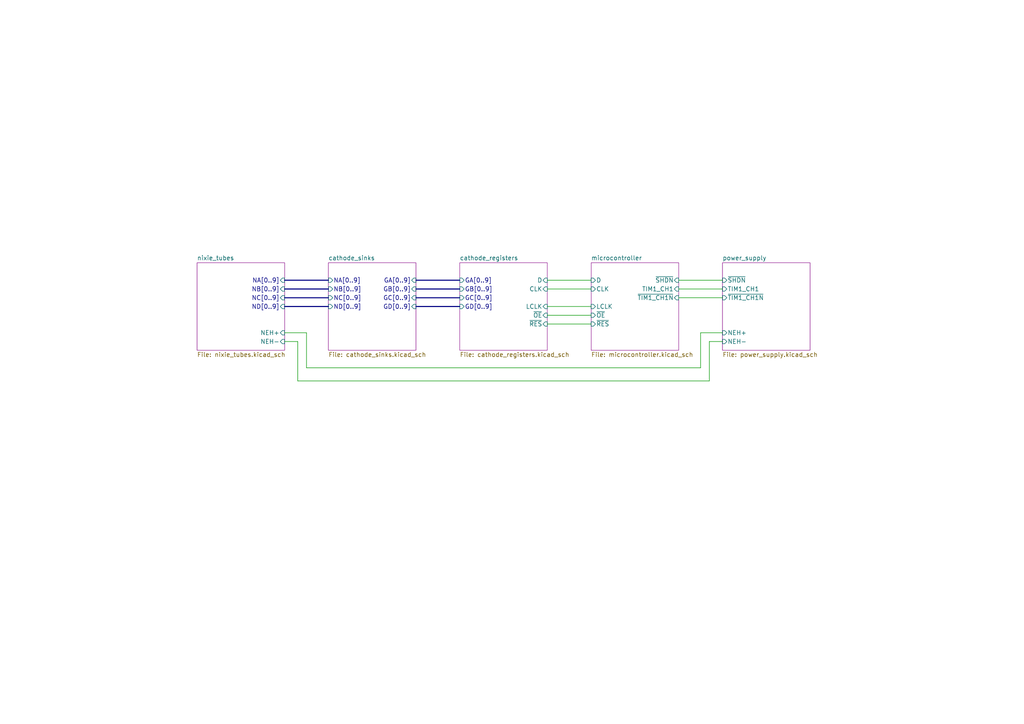
<source format=kicad_sch>
(kicad_sch (version 20210126) (generator eeschema)
  (paper "A4")
  (title_block (title "Nixie Clock") (date "2021-03-19") (company "Bastian de Byl"))
  (lib_symbols)
  (wire (pts (xy 82.55 96.52) (xy 88.9 96.52)))
  (wire (pts (xy 86.36 99.06) (xy 82.55 99.06)))
  (wire (pts (xy 86.36 110.49) (xy 86.36 99.06)))
  (wire (pts (xy 88.9 96.52) (xy 88.9 106.68)))
  (wire (pts (xy 88.9 106.68) (xy 203.2 106.68)))
  (wire (pts (xy 158.75 81.28) (xy 171.45 81.28)))
  (wire (pts (xy 158.75 83.82) (xy 171.45 83.82)))
  (wire (pts (xy 158.75 88.9) (xy 171.45 88.9)))
  (wire (pts (xy 158.75 91.44) (xy 171.45 91.44)))
  (wire (pts (xy 158.75 93.98) (xy 171.45 93.98)))
  (wire (pts (xy 196.85 81.28) (xy 209.55 81.28)))
  (wire (pts (xy 196.85 83.82) (xy 209.55 83.82)))
  (wire (pts (xy 196.85 86.36) (xy 209.55 86.36)))
  (wire (pts (xy 203.2 96.52) (xy 209.55 96.52)))
  (wire (pts (xy 203.2 106.68) (xy 203.2 96.52)))
  (wire (pts (xy 205.74 99.06) (xy 205.74 110.49)))
  (wire (pts (xy 205.74 110.49) (xy 86.36 110.49)))
  (wire (pts (xy 209.55 99.06) (xy 205.74 99.06)))
  (bus (pts (xy 82.55 81.28) (xy 95.25 81.28)))
  (bus (pts (xy 82.55 83.82) (xy 95.25 83.82)))
  (bus (pts (xy 82.55 86.36) (xy 95.25 86.36)))
  (bus (pts (xy 82.55 88.9) (xy 95.25 88.9)))
  (bus (pts (xy 120.65 81.28) (xy 133.35 81.28)))
  (bus (pts (xy 120.65 83.82) (xy 133.35 83.82)))
  (bus (pts (xy 120.65 86.36) (xy 133.35 86.36)))
  (bus (pts (xy 120.65 88.9) (xy 133.35 88.9)))
  (sheet (at 133.35 76.2) (size 25.4 25.4) (stroke (width 0.001) (color 132 0 132 1)) (fill (color 255 255 255 0.0000))
    (property "Sheet name" "cathode_registers" (at 133.35 75.5641 0) (effects (justify left bottom)))
    (property "Sheet file" "cathode_registers.kicad_sch" (at 133.35 102.1089 0) (effects (justify left top)))
    (pin "GD[0..9]" input (at 133.35 88.9 180))
    (pin "GC[0..9]" input (at 133.35 86.36 180))
    (pin "GA[0..9]" input (at 133.35 81.28 180))
    (pin "GB[0..9]" input (at 133.35 83.82 180))
    (pin "D" input (at 158.75 81.28 0))
    (pin "~OE" input (at 158.75 91.44 0))
    (pin "LCLK" input (at 158.75 88.9 0))
    (pin "CLK" input (at 158.75 83.82 0))
    (pin "~RES" input (at 158.75 93.98 0))
  )
  (sheet (at 95.25 76.2) (size 25.4 25.4) (stroke (width 0.001) (color 132 0 132 1)) (fill (color 255 255 255 0.0000))
    (property "Sheet name" "cathode_sinks" (at 95.25 75.5641 0) (effects (justify left bottom)))
    (property "Sheet file" "cathode_sinks.kicad_sch" (at 95.25 102.1089 0) (effects (justify left top)))
    (pin "GD[0..9]" input (at 120.65 88.9 0))
    (pin "GC[0..9]" input (at 120.65 86.36 0))
    (pin "NB[0..9]" input (at 95.25 83.82 180))
    (pin "ND[0..9]" input (at 95.25 88.9 180))
    (pin "NC[0..9]" input (at 95.25 86.36 180))
    (pin "NA[0..9]" input (at 95.25 81.28 180))
    (pin "GB[0..9]" input (at 120.65 83.82 0))
    (pin "GA[0..9]" input (at 120.65 81.28 0))
  )
  (sheet (at 171.45 76.2) (size 25.4 25.4) (stroke (width 0.0006) (color 132 0 132 1)) (fill (color 255 255 255 0.0000))
    (property "Sheet name" "microcontroller" (at 171.45 75.5643 0) (effects (justify left bottom)))
    (property "Sheet file" "microcontroller.kicad_sch" (at 171.45 102.1087 0) (effects (justify left top)))
    (pin "LCLK" input (at 171.45 88.9 180))
    (pin "~OE" input (at 171.45 91.44 180))
    (pin "~RES" input (at 171.45 93.98 180))
    (pin "CLK" input (at 171.45 83.82 180))
    (pin "D" input (at 171.45 81.28 180))
    (pin "~SHDN" input (at 196.85 81.28 0))
    (pin "TIM1_CH1" input (at 196.85 83.82 0))
    (pin "~TIM1_CH1N" input (at 196.85 86.36 0))
  )
  (sheet (at 57.15 76.2) (size 25.4 25.4) (stroke (width 0.001) (color 132 0 132 1)) (fill (color 255 255 255 0.0000))
    (property "Sheet name" "nixie_tubes" (at 57.15 75.5641 0) (effects (justify left bottom)))
    (property "Sheet file" "nixie_tubes.kicad_sch" (at 57.15 102.1089 0) (effects (justify left top)))
    (pin "NA[0..9]" input (at 82.55 81.28 0))
    (pin "NB[0..9]" input (at 82.55 83.82 0))
    (pin "NC[0..9]" input (at 82.55 86.36 0))
    (pin "ND[0..9]" input (at 82.55 88.9 0))
    (pin "NEH+" input (at 82.55 96.52 0))
    (pin "NEH-" input (at 82.55 99.06 0))
  )
  (sheet (at 209.55 76.2) (size 25.4 25.4) (stroke (width 0.001) (color 132 0 132 1)) (fill (color 255 255 255 0.0000))
    (property "Sheet name" "power_supply" (at 209.55 75.5641 0) (effects (justify left bottom)))
    (property "Sheet file" "power_supply.kicad_sch" (at 209.55 102.1089 0) (effects (justify left top)))
    (pin "~SHDN" input (at 209.55 81.28 180))
    (pin "NEH+" input (at 209.55 96.52 180))
    (pin "NEH-" input (at 209.55 99.06 180))
    (pin "~TIM1_CH1N" input (at 209.55 86.36 180))
    (pin "TIM1_CH1" input (at 209.55 83.82 180))
  )
)
</source>
